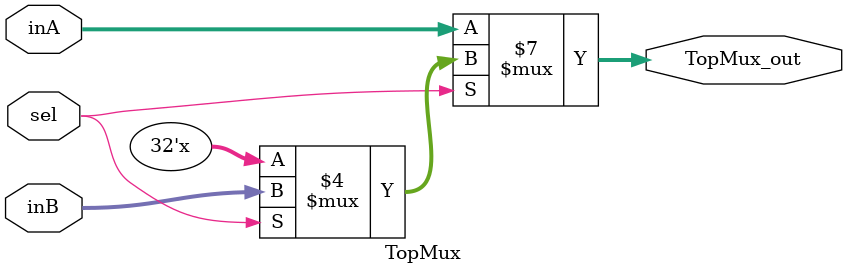
<source format=v>
`timescale 1ns / 1ps


module TopMux(TopMux_out, inA, inB, sel);

    output reg [31:0] TopMux_out;
    
    input [31:0] inA;
    input [31:0] inB;
    input sel;

    /* Fill in the implementation here ... */ 
    always@(sel,inA,inB) begin
        if (sel==0) begin
            TopMux_out<=inA;
        end
        else if (sel==1) begin
            TopMux_out<=inB;
        end
    end
endmodule

/*`timescale 1ns / 1ps

////////////////////////////////////////////////////////////////////////////////
// ECE369 - Computer Architecture
// 
// Module - Mux32Bit2To1.v
// Description - Performs signal multiplexing between 2 32-Bit words.
////////////////////////////////////////////////////////////////////////////////

module TopMux(out, ReadData1_out, ReadData2_out,ALUResult_out,WriteData, newMux1,ForwardA_signal);

    output reg [31:0] out;
    
    input [31:0] ReadData1_out,ALUResult_out,WriteData;
    input [31:0] ReadData2_out;
    input newMux1;
    input[1:0] ForwardA_signal;


    always@(ReadData1_out, ReadData2_out,ALUResult_out,WriteData, newMux1,ForwardA_signal) begin
        if(ForwardA_signal==2'b00) begin
            if(newMux1==1) begin
                out<=ReadData1_out;
            end
            else if (newMux1==0) begin
                out<=ReadData2_out;
            end
        end
        
        else if (ForwardA_signal==2'b10) begin
            out<=ALUResult_out; //EX Mem.Rd
        end
        else if (ForwardA_signal==2'b01) begin
            out<=WriteData; //MEM Wb.Rd
        end
        
    end
endmodule
*/
</source>
